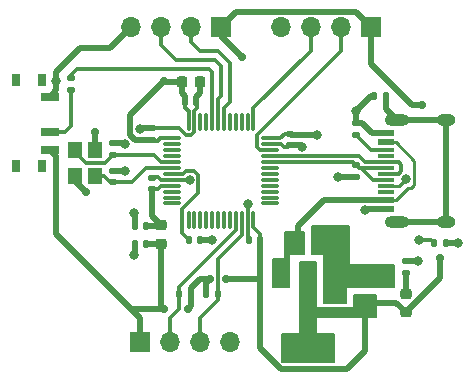
<source format=gbr>
%TF.GenerationSoftware,KiCad,Pcbnew,7.0.7*%
%TF.CreationDate,2023-12-20T18:59:57-05:00*%
%TF.ProjectId,stm32f1,73746d33-3266-4312-9e6b-696361645f70,rev?*%
%TF.SameCoordinates,Original*%
%TF.FileFunction,Copper,L1,Top*%
%TF.FilePolarity,Positive*%
%FSLAX46Y46*%
G04 Gerber Fmt 4.6, Leading zero omitted, Abs format (unit mm)*
G04 Created by KiCad (PCBNEW 7.0.7) date 2023-12-20 18:59:57*
%MOMM*%
%LPD*%
G01*
G04 APERTURE LIST*
G04 Aperture macros list*
%AMRoundRect*
0 Rectangle with rounded corners*
0 $1 Rounding radius*
0 $2 $3 $4 $5 $6 $7 $8 $9 X,Y pos of 4 corners*
0 Add a 4 corners polygon primitive as box body*
4,1,4,$2,$3,$4,$5,$6,$7,$8,$9,$2,$3,0*
0 Add four circle primitives for the rounded corners*
1,1,$1+$1,$2,$3*
1,1,$1+$1,$4,$5*
1,1,$1+$1,$6,$7*
1,1,$1+$1,$8,$9*
0 Add four rect primitives between the rounded corners*
20,1,$1+$1,$2,$3,$4,$5,0*
20,1,$1+$1,$4,$5,$6,$7,0*
20,1,$1+$1,$6,$7,$8,$9,0*
20,1,$1+$1,$8,$9,$2,$3,0*%
G04 Aperture macros list end*
%TA.AperFunction,ComponentPad*%
%ADD10R,1.700000X1.700000*%
%TD*%
%TA.AperFunction,ComponentPad*%
%ADD11O,1.700000X1.700000*%
%TD*%
%TA.AperFunction,SMDPad,CuDef*%
%ADD12RoundRect,0.250000X-0.250000X-0.475000X0.250000X-0.475000X0.250000X0.475000X-0.250000X0.475000X0*%
%TD*%
%TA.AperFunction,SMDPad,CuDef*%
%ADD13RoundRect,0.140000X-0.140000X-0.170000X0.140000X-0.170000X0.140000X0.170000X-0.140000X0.170000X0*%
%TD*%
%TA.AperFunction,SMDPad,CuDef*%
%ADD14RoundRect,0.140000X0.170000X-0.140000X0.170000X0.140000X-0.170000X0.140000X-0.170000X-0.140000X0*%
%TD*%
%TA.AperFunction,SMDPad,CuDef*%
%ADD15RoundRect,0.218750X-0.256250X0.218750X-0.256250X-0.218750X0.256250X-0.218750X0.256250X0.218750X0*%
%TD*%
%TA.AperFunction,SMDPad,CuDef*%
%ADD16R,1.200000X1.400000*%
%TD*%
%TA.AperFunction,SMDPad,CuDef*%
%ADD17RoundRect,0.250000X0.475000X-0.250000X0.475000X0.250000X-0.475000X0.250000X-0.475000X-0.250000X0*%
%TD*%
%TA.AperFunction,SMDPad,CuDef*%
%ADD18RoundRect,0.135000X-0.135000X-0.185000X0.135000X-0.185000X0.135000X0.185000X-0.135000X0.185000X0*%
%TD*%
%TA.AperFunction,SMDPad,CuDef*%
%ADD19R,1.500000X2.000000*%
%TD*%
%TA.AperFunction,SMDPad,CuDef*%
%ADD20R,3.800000X2.000000*%
%TD*%
%TA.AperFunction,SMDPad,CuDef*%
%ADD21RoundRect,0.135000X0.185000X-0.135000X0.185000X0.135000X-0.185000X0.135000X-0.185000X-0.135000X0*%
%TD*%
%TA.AperFunction,SMDPad,CuDef*%
%ADD22RoundRect,0.140000X0.140000X0.170000X-0.140000X0.170000X-0.140000X-0.170000X0.140000X-0.170000X0*%
%TD*%
%TA.AperFunction,SMDPad,CuDef*%
%ADD23R,0.800000X1.000000*%
%TD*%
%TA.AperFunction,SMDPad,CuDef*%
%ADD24R,1.500000X0.700000*%
%TD*%
%TA.AperFunction,SMDPad,CuDef*%
%ADD25RoundRect,0.135000X-0.185000X0.135000X-0.185000X-0.135000X0.185000X-0.135000X0.185000X0.135000X0*%
%TD*%
%TA.AperFunction,SMDPad,CuDef*%
%ADD26RoundRect,0.135000X0.135000X0.185000X-0.135000X0.185000X-0.135000X-0.185000X0.135000X-0.185000X0*%
%TD*%
%TA.AperFunction,SMDPad,CuDef*%
%ADD27RoundRect,0.140000X-0.170000X0.140000X-0.170000X-0.140000X0.170000X-0.140000X0.170000X0.140000X0*%
%TD*%
%TA.AperFunction,SMDPad,CuDef*%
%ADD28R,1.450000X0.600000*%
%TD*%
%TA.AperFunction,SMDPad,CuDef*%
%ADD29R,1.450000X0.300000*%
%TD*%
%TA.AperFunction,ComponentPad*%
%ADD30O,2.100000X1.000000*%
%TD*%
%TA.AperFunction,ComponentPad*%
%ADD31O,1.600000X1.000000*%
%TD*%
%TA.AperFunction,SMDPad,CuDef*%
%ADD32RoundRect,0.075000X-0.662500X-0.075000X0.662500X-0.075000X0.662500X0.075000X-0.662500X0.075000X0*%
%TD*%
%TA.AperFunction,SMDPad,CuDef*%
%ADD33RoundRect,0.075000X-0.075000X-0.662500X0.075000X-0.662500X0.075000X0.662500X-0.075000X0.662500X0*%
%TD*%
%TA.AperFunction,SMDPad,CuDef*%
%ADD34RoundRect,0.225000X-0.225000X-0.250000X0.225000X-0.250000X0.225000X0.250000X-0.225000X0.250000X0*%
%TD*%
%TA.AperFunction,ViaPad*%
%ADD35C,0.800000*%
%TD*%
%TA.AperFunction,ViaPad*%
%ADD36C,0.700000*%
%TD*%
%TA.AperFunction,Conductor*%
%ADD37C,0.500000*%
%TD*%
%TA.AperFunction,Conductor*%
%ADD38C,0.300000*%
%TD*%
%TA.AperFunction,Conductor*%
%ADD39C,0.250000*%
%TD*%
G04 APERTURE END LIST*
D10*
%TO.P,J2,1,Pin_1*%
%TO.N,+3.3V*%
X67056000Y-55118000D03*
D11*
%TO.P,J2,2,Pin_2*%
%TO.N,/SWDIO*%
X64516000Y-55118000D03*
%TO.P,J2,3,Pin_3*%
%TO.N,/SWCLK*%
X61976000Y-55118000D03*
%TO.P,J2,4,Pin_4*%
%TO.N,GND*%
X59436000Y-55118000D03*
%TD*%
D12*
%TO.P,C12,1*%
%TO.N,VBUS*%
X60838000Y-73406000D03*
%TO.P,C12,2*%
%TO.N,GND*%
X62738000Y-73406000D03*
%TD*%
D13*
%TO.P,C1,1*%
%TO.N,+3.3V*%
X51308000Y-61468000D03*
%TO.P,C1,2*%
%TO.N,GND*%
X52268000Y-61468000D03*
%TD*%
D14*
%TO.P,C6,1*%
%TO.N,+3.3VA*%
X48510000Y-68834000D03*
%TO.P,C6,2*%
%TO.N,GND*%
X48510000Y-67874000D03*
%TD*%
D15*
%TO.P,FB1,1*%
%TO.N,+3.3VA*%
X49276000Y-71882000D03*
%TO.P,FB1,2*%
%TO.N,+3.3V*%
X49276000Y-73457000D03*
%TD*%
D16*
%TO.P,Y1,1,1*%
%TO.N,/HSE_IN*%
X41992000Y-65558000D03*
%TO.P,Y1,2,2*%
%TO.N,GND*%
X41992000Y-67758000D03*
%TO.P,Y1,3,3*%
%TO.N,/HSE_OUT*%
X43692000Y-67758000D03*
%TO.P,Y1,4,4*%
%TO.N,GND*%
X43692000Y-65558000D03*
%TD*%
D17*
%TO.P,C13,1*%
%TO.N,+3.3V*%
X66548000Y-78486000D03*
%TO.P,C13,2*%
%TO.N,GND*%
X66548000Y-76586000D03*
%TD*%
D14*
%TO.P,C10,1*%
%TO.N,/HSE_IN*%
X45212000Y-65928000D03*
%TO.P,C10,2*%
%TO.N,GND*%
X45212000Y-64968000D03*
%TD*%
D18*
%TO.P,R5,1*%
%TO.N,Net-(J1-CC1)*%
X72390000Y-73406000D03*
%TO.P,R5,2*%
%TO.N,GND*%
X73410000Y-73406000D03*
%TD*%
D19*
%TO.P,U2,1,GND*%
%TO.N,GND*%
X64022000Y-75996000D03*
%TO.P,U2,2,VO*%
%TO.N,+3.3V*%
X61722000Y-75996000D03*
D20*
X61722000Y-82296000D03*
D19*
%TO.P,U2,3,VI*%
%TO.N,VBUS*%
X59422000Y-75996000D03*
%TD*%
D10*
%TO.P,J4,1,Pin_1*%
%TO.N,+3.3V*%
X47498000Y-81788000D03*
D11*
%TO.P,J4,2,Pin_2*%
%TO.N,/I2C2_SCL*%
X50038000Y-81788000D03*
%TO.P,J4,3,Pin_3*%
%TO.N,/I2C2_SDA*%
X52578000Y-81788000D03*
%TO.P,J4,4,Pin_4*%
%TO.N,GND*%
X55118000Y-81788000D03*
%TD*%
D21*
%TO.P,R4,1*%
%TO.N,/SW_BOOT0*%
X41656000Y-60456000D03*
%TO.P,R4,2*%
%TO.N,/BOOT0*%
X41656000Y-59436000D03*
%TD*%
%TO.P,R1,1*%
%TO.N,/PWR_LED_K*%
X69977000Y-75948000D03*
%TO.P,R1,2*%
%TO.N,GND*%
X69977000Y-74928000D03*
%TD*%
D22*
%TO.P,C8,1*%
%TO.N,+3.3V*%
X48006000Y-73497500D03*
%TO.P,C8,2*%
%TO.N,GND*%
X47046000Y-73497500D03*
%TD*%
D18*
%TO.P,R3,1*%
%TO.N,+3.3V*%
X53082000Y-77724000D03*
%TO.P,R3,2*%
%TO.N,/I2C2_SDA*%
X54102000Y-77724000D03*
%TD*%
D10*
%TO.P,J3,1,Pin_1*%
%TO.N,+3.3V*%
X54356000Y-55118000D03*
D11*
%TO.P,J3,2,Pin_2*%
%TO.N,/USART1_TX*%
X51816000Y-55118000D03*
%TO.P,J3,3,Pin_3*%
%TO.N,/USART1_RX*%
X49276000Y-55118000D03*
%TO.P,J3,4,Pin_4*%
%TO.N,GND*%
X46736000Y-55118000D03*
%TD*%
D23*
%TO.P,SW1,*%
%TO.N,*%
X39210000Y-59620000D03*
X37000000Y-59620000D03*
X39210000Y-66920000D03*
X37000000Y-66920000D03*
D24*
%TO.P,SW1,1,A*%
%TO.N,GND*%
X39860000Y-61020000D03*
%TO.P,SW1,2,B*%
%TO.N,/SW_BOOT0*%
X39860000Y-64020000D03*
%TO.P,SW1,3,C*%
%TO.N,+3.3V*%
X39860000Y-65520000D03*
%TD*%
D25*
%TO.P,R8,1*%
%TO.N,/USB_D-*%
X65786000Y-66802000D03*
%TO.P,R8,2*%
%TO.N,+3.3V*%
X65786000Y-67822000D03*
%TD*%
D15*
%TO.P,D1,1,K*%
%TO.N,/PWR_LED_K*%
X69977000Y-77698500D03*
%TO.P,D1,2,A*%
%TO.N,+3.3V*%
X69977000Y-79273500D03*
%TD*%
D26*
%TO.P,R2,1*%
%TO.N,+3.3V*%
X51816000Y-77724000D03*
%TO.P,R2,2*%
%TO.N,/I2C2_SCL*%
X50796000Y-77724000D03*
%TD*%
D14*
%TO.P,C4,1*%
%TO.N,+3.3V*%
X48510000Y-64647500D03*
%TO.P,C4,2*%
%TO.N,GND*%
X48510000Y-63687500D03*
%TD*%
D27*
%TO.P,C3,1*%
%TO.N,+3.3V*%
X60194000Y-64191500D03*
%TO.P,C3,2*%
%TO.N,GND*%
X60194000Y-65151500D03*
%TD*%
D18*
%TO.P,R7,1*%
%TO.N,GND*%
X67306000Y-60960000D03*
%TO.P,R7,2*%
%TO.N,Net-(J1-SHIELD)*%
X68326000Y-60960000D03*
%TD*%
D22*
%TO.P,C7,1*%
%TO.N,+3.3VA*%
X48006000Y-71973500D03*
%TO.P,C7,2*%
%TO.N,GND*%
X47046000Y-71973500D03*
%TD*%
D14*
%TO.P,C11,1*%
%TO.N,/HSE_OUT*%
X45212000Y-68270000D03*
%TO.P,C11,2*%
%TO.N,GND*%
X45212000Y-67310000D03*
%TD*%
D22*
%TO.P,C2,1*%
%TO.N,+3.3V*%
X57658000Y-73152000D03*
%TO.P,C2,2*%
%TO.N,GND*%
X56698000Y-73152000D03*
%TD*%
D28*
%TO.P,J1,A1,GND*%
%TO.N,GND*%
X68311000Y-70562000D03*
%TO.P,J1,A4,VBUS*%
%TO.N,VBUS*%
X68311000Y-69762000D03*
D29*
%TO.P,J1,A5,CC1*%
%TO.N,Net-(J1-CC1)*%
X68311000Y-68562000D03*
%TO.P,J1,A6,D+*%
%TO.N,/USB_D+*%
X68311000Y-67562000D03*
%TO.P,J1,A7,D-*%
%TO.N,/USB_D-*%
X68311000Y-67062000D03*
%TO.P,J1,A8,SBU1*%
%TO.N,unconnected-(J1-SBU1-PadA8)*%
X68311000Y-66062000D03*
D28*
%TO.P,J1,A9,VBUS*%
%TO.N,VBUS*%
X68311000Y-64862000D03*
%TO.P,J1,A12,GND*%
%TO.N,GND*%
X68311000Y-64062000D03*
%TO.P,J1,B1,GND*%
X68311000Y-64062000D03*
%TO.P,J1,B4,VBUS*%
%TO.N,VBUS*%
X68311000Y-64862000D03*
D29*
%TO.P,J1,B5,CC2*%
%TO.N,Net-(J1-CC2)*%
X68311000Y-65562000D03*
%TO.P,J1,B6,D+*%
%TO.N,/USB_D+*%
X68311000Y-66562000D03*
%TO.P,J1,B7,D-*%
%TO.N,/USB_D-*%
X68311000Y-68062000D03*
%TO.P,J1,B8,SBU2*%
%TO.N,unconnected-(J1-SBU2-PadB8)*%
X68311000Y-69062000D03*
D28*
%TO.P,J1,B9,VBUS*%
%TO.N,VBUS*%
X68311000Y-69762000D03*
%TO.P,J1,B12,GND*%
%TO.N,GND*%
X68311000Y-70562000D03*
D30*
%TO.P,J1,S1,SHIELD*%
%TO.N,Net-(J1-SHIELD)*%
X69226000Y-71632000D03*
D31*
X73406000Y-71632000D03*
D30*
X69226000Y-62992000D03*
D31*
X73406000Y-62992000D03*
%TD*%
D21*
%TO.P,R6,1*%
%TO.N,Net-(J1-CC2)*%
X65786000Y-64266000D03*
%TO.P,R6,2*%
%TO.N,GND*%
X65786000Y-63246000D03*
%TD*%
D13*
%TO.P,C9,1*%
%TO.N,/NRST*%
X51614000Y-73152000D03*
%TO.P,C9,2*%
%TO.N,GND*%
X52574000Y-73152000D03*
%TD*%
D32*
%TO.P,U1,1,VBAT*%
%TO.N,+3.3V*%
X50193500Y-64560000D03*
%TO.P,U1,2,PC13*%
%TO.N,unconnected-(U1-PC13-Pad2)*%
X50193500Y-65060000D03*
%TO.P,U1,3,PC14*%
%TO.N,unconnected-(U1-PC14-Pad3)*%
X50193500Y-65560000D03*
%TO.P,U1,4,PC15*%
%TO.N,unconnected-(U1-PC15-Pad4)*%
X50193500Y-66060000D03*
%TO.P,U1,5,PD0*%
%TO.N,/HSE_IN*%
X50193500Y-66560000D03*
%TO.P,U1,6,PD1*%
%TO.N,/HSE_OUT*%
X50193500Y-67060000D03*
%TO.P,U1,7,NRST*%
%TO.N,/NRST*%
X50193500Y-67560000D03*
%TO.P,U1,8,VSSA*%
%TO.N,GND*%
X50193500Y-68060000D03*
%TO.P,U1,9,VDDA*%
%TO.N,+3.3VA*%
X50193500Y-68560000D03*
%TO.P,U1,10,PA0*%
%TO.N,unconnected-(U1-PA0-Pad10)*%
X50193500Y-69060000D03*
%TO.P,U1,11,PA1*%
%TO.N,unconnected-(U1-PA1-Pad11)*%
X50193500Y-69560000D03*
%TO.P,U1,12,PA2*%
%TO.N,unconnected-(U1-PA2-Pad12)*%
X50193500Y-70060000D03*
D33*
%TO.P,U1,13,PA3*%
%TO.N,unconnected-(U1-PA3-Pad13)*%
X51606000Y-71472500D03*
%TO.P,U1,14,PA4*%
%TO.N,unconnected-(U1-PA4-Pad14)*%
X52106000Y-71472500D03*
%TO.P,U1,15,PA5*%
%TO.N,unconnected-(U1-PA5-Pad15)*%
X52606000Y-71472500D03*
%TO.P,U1,16,PA6*%
%TO.N,unconnected-(U1-PA6-Pad16)*%
X53106000Y-71472500D03*
%TO.P,U1,17,PA7*%
%TO.N,unconnected-(U1-PA7-Pad17)*%
X53606000Y-71472500D03*
%TO.P,U1,18,PB0*%
%TO.N,unconnected-(U1-PB0-Pad18)*%
X54106000Y-71472500D03*
%TO.P,U1,19,PB1*%
%TO.N,unconnected-(U1-PB1-Pad19)*%
X54606000Y-71472500D03*
%TO.P,U1,20,PB2*%
%TO.N,unconnected-(U1-PB2-Pad20)*%
X55106000Y-71472500D03*
%TO.P,U1,21,PB10*%
%TO.N,/I2C2_SCL*%
X55606000Y-71472500D03*
%TO.P,U1,22,PB11*%
%TO.N,/I2C2_SDA*%
X56106000Y-71472500D03*
%TO.P,U1,23,VSS*%
%TO.N,GND*%
X56606000Y-71472500D03*
%TO.P,U1,24,VDD*%
%TO.N,+3.3V*%
X57106000Y-71472500D03*
D32*
%TO.P,U1,25,PB12*%
%TO.N,unconnected-(U1-PB12-Pad25)*%
X58518500Y-70060000D03*
%TO.P,U1,26,PB13*%
%TO.N,unconnected-(U1-PB13-Pad26)*%
X58518500Y-69560000D03*
%TO.P,U1,27,PB14*%
%TO.N,unconnected-(U1-PB14-Pad27)*%
X58518500Y-69060000D03*
%TO.P,U1,28,PB15*%
%TO.N,unconnected-(U1-PB15-Pad28)*%
X58518500Y-68560000D03*
%TO.P,U1,29,PA8*%
%TO.N,unconnected-(U1-PA8-Pad29)*%
X58518500Y-68060000D03*
%TO.P,U1,30,PA9*%
%TO.N,unconnected-(U1-PA9-Pad30)*%
X58518500Y-67560000D03*
%TO.P,U1,31,PA10*%
%TO.N,unconnected-(U1-PA10-Pad31)*%
X58518500Y-67060000D03*
%TO.P,U1,32,PA11*%
%TO.N,/USB_D-*%
X58518500Y-66560000D03*
%TO.P,U1,33,PA12*%
%TO.N,/USB_D+*%
X58518500Y-66060000D03*
%TO.P,U1,34,PA13*%
%TO.N,/SWDIO*%
X58518500Y-65560000D03*
%TO.P,U1,35,VSS*%
%TO.N,GND*%
X58518500Y-65060000D03*
%TO.P,U1,36,VDD*%
%TO.N,+3.3V*%
X58518500Y-64560000D03*
D33*
%TO.P,U1,37,PA14*%
%TO.N,/SWCLK*%
X57106000Y-63147500D03*
%TO.P,U1,38,PA15*%
%TO.N,unconnected-(U1-PA15-Pad38)*%
X56606000Y-63147500D03*
%TO.P,U1,39,PB3*%
%TO.N,unconnected-(U1-PB3-Pad39)*%
X56106000Y-63147500D03*
%TO.P,U1,40,PB4*%
%TO.N,unconnected-(U1-PB4-Pad40)*%
X55606000Y-63147500D03*
%TO.P,U1,41,PB5*%
%TO.N,unconnected-(U1-PB5-Pad41)*%
X55106000Y-63147500D03*
%TO.P,U1,42,PB6*%
%TO.N,/USART1_TX*%
X54606000Y-63147500D03*
%TO.P,U1,43,PB7*%
%TO.N,/USART1_RX*%
X54106000Y-63147500D03*
%TO.P,U1,44,BOOT0*%
%TO.N,/BOOT0*%
X53606000Y-63147500D03*
%TO.P,U1,45,PB8*%
%TO.N,unconnected-(U1-PB8-Pad45)*%
X53106000Y-63147500D03*
%TO.P,U1,46,PB9*%
%TO.N,unconnected-(U1-PB9-Pad46)*%
X52606000Y-63147500D03*
%TO.P,U1,47,VSS*%
%TO.N,GND*%
X52106000Y-63147500D03*
%TO.P,U1,48,VDD*%
%TO.N,+3.3V*%
X51606000Y-63147500D03*
%TD*%
D34*
%TO.P,C5,1*%
%TO.N,+3.3V*%
X51028000Y-59817000D03*
%TO.P,C5,2*%
%TO.N,GND*%
X52578000Y-59817000D03*
%TD*%
D35*
%TO.N,+3.3V*%
X61722000Y-78994000D03*
D36*
X71374000Y-61722000D03*
X53402500Y-76454000D03*
X56134000Y-57658000D03*
X51562000Y-78994000D03*
X72898000Y-74676000D03*
D35*
X62484000Y-64262000D03*
D36*
X49530000Y-78994000D03*
D35*
X64262000Y-67818000D03*
D36*
X49530000Y-59690000D03*
X54801500Y-76454000D03*
D35*
%TO.N,GND*%
X65786000Y-62230000D03*
X46990000Y-70866000D03*
X53594000Y-73152000D03*
X46228000Y-67310000D03*
D36*
X43688000Y-64008000D03*
D35*
X51689000Y-68072000D03*
D36*
X64262000Y-73914000D03*
D35*
X70993000Y-74930000D03*
X47498000Y-63754000D03*
D36*
X42926000Y-69088000D03*
D35*
X74422000Y-73406000D03*
X61214000Y-65278000D03*
X40386000Y-59690000D03*
X56642000Y-70104000D03*
X46990000Y-74422000D03*
D36*
X64262000Y-72898000D03*
X64008000Y-77597000D03*
X68072000Y-76200000D03*
D35*
X66548000Y-70612000D03*
X46228000Y-65024000D03*
%TO.N,Net-(J1-CC1)*%
X71120000Y-73152000D03*
X69978405Y-68029550D03*
%TD*%
D37*
%TO.N,+3.3V*%
X49657000Y-59817000D02*
X49530000Y-59690000D01*
D38*
X58518500Y-64560000D02*
X59392000Y-64560000D01*
D37*
X60264500Y-64262000D02*
X60194000Y-64191500D01*
X53082000Y-76774500D02*
X53402500Y-76454000D01*
X69189500Y-78486000D02*
X69977000Y-79273500D01*
X46648000Y-64241918D02*
X46648000Y-62572000D01*
D38*
X59392000Y-64560000D02*
X59760500Y-64191500D01*
D37*
X54356000Y-55118000D02*
X55656000Y-53818000D01*
X51816000Y-77724000D02*
X51816000Y-77216000D01*
X66548000Y-82550000D02*
X65024000Y-84074000D01*
X66548000Y-78486000D02*
X66548000Y-82550000D01*
X67056000Y-58285503D02*
X67056000Y-55118000D01*
X65786000Y-67822000D02*
X64266000Y-67822000D01*
X48510000Y-64647500D02*
X47053582Y-64647500D01*
X64266000Y-67822000D02*
X64262000Y-67818000D01*
X51028000Y-60680000D02*
X51028000Y-59817000D01*
X71374000Y-61722000D02*
X70492497Y-61722000D01*
X46736000Y-78994000D02*
X47498000Y-79756000D01*
D38*
X49232000Y-64560000D02*
X49022000Y-64770000D01*
X49022000Y-64770000D02*
X48632500Y-64770000D01*
D37*
X39878000Y-65508000D02*
X40386000Y-66016000D01*
X65756000Y-53818000D02*
X67056000Y-55118000D01*
X51816000Y-77216000D02*
X52578000Y-76454000D01*
D38*
X59760500Y-64191500D02*
X60194000Y-64191500D01*
D37*
X55656000Y-53818000D02*
X65756000Y-53818000D01*
D38*
X50193500Y-64560000D02*
X49232000Y-64560000D01*
D37*
X57658000Y-82296000D02*
X57658000Y-76454000D01*
X59436000Y-84074000D02*
X57658000Y-82296000D01*
X47053582Y-64647500D02*
X46648000Y-64241918D01*
X52578000Y-76454000D02*
X53402500Y-76454000D01*
X46648000Y-62572000D02*
X49530000Y-59690000D01*
X69977000Y-79273500D02*
X72898000Y-76352500D01*
X57658000Y-76454000D02*
X57658000Y-73152000D01*
X53082000Y-77724000D02*
X53082000Y-76774500D01*
X72898000Y-76352500D02*
X72898000Y-74676000D01*
X54356000Y-55880000D02*
X56134000Y-57658000D01*
X57658000Y-76454000D02*
X54801500Y-76454000D01*
D38*
X57658000Y-72644000D02*
X57658000Y-73152000D01*
D37*
X49276000Y-73457000D02*
X48046500Y-73457000D01*
D38*
X57106000Y-72092000D02*
X57658000Y-72644000D01*
D37*
X66548000Y-78486000D02*
X69189500Y-78486000D01*
X48046500Y-73457000D02*
X48006000Y-73497500D01*
X40386000Y-66016000D02*
X40386000Y-72644000D01*
D38*
X51606000Y-62274000D02*
X51308000Y-61976000D01*
D37*
X70492497Y-61722000D02*
X67056000Y-58285503D01*
X54356000Y-55118000D02*
X54356000Y-55880000D01*
D38*
X51308000Y-61976000D02*
X51308000Y-61468000D01*
D37*
X49530000Y-78994000D02*
X49276000Y-78740000D01*
X40386000Y-72644000D02*
X46736000Y-78994000D01*
D38*
X48632500Y-64770000D02*
X48510000Y-64647500D01*
D37*
X51816000Y-78740000D02*
X51562000Y-78994000D01*
X65024000Y-84074000D02*
X59436000Y-84074000D01*
D38*
X51606000Y-63147500D02*
X51606000Y-62274000D01*
D37*
X51308000Y-60960000D02*
X51028000Y-60680000D01*
X49276000Y-78740000D02*
X49276000Y-73457000D01*
X51308000Y-61468000D02*
X51308000Y-60960000D01*
X47498000Y-79756000D02*
X47498000Y-81788000D01*
X46736000Y-78994000D02*
X49530000Y-78994000D01*
D38*
X57106000Y-71472500D02*
X57106000Y-72092000D01*
D37*
X62484000Y-64262000D02*
X60264500Y-64262000D01*
X51028000Y-59817000D02*
X49657000Y-59817000D01*
X51816000Y-77724000D02*
X51816000Y-78740000D01*
%TO.N,GND*%
X42418000Y-56896000D02*
X44958000Y-56896000D01*
X44958000Y-56896000D02*
X46736000Y-55118000D01*
X41992000Y-68154000D02*
X42926000Y-69088000D01*
X39860000Y-61020000D02*
X40386000Y-60494000D01*
D38*
X52106000Y-63986041D02*
X51857041Y-64235000D01*
D37*
X46172000Y-64968000D02*
X46228000Y-65024000D01*
D38*
X52106000Y-63147500D02*
X52106000Y-62194000D01*
D37*
X52574000Y-73152000D02*
X53594000Y-73152000D01*
D38*
X52106000Y-62194000D02*
X52324000Y-61976000D01*
X51857041Y-64235000D02*
X51354959Y-64235000D01*
D37*
X52268000Y-61468000D02*
X52268000Y-61016000D01*
X45212000Y-64968000D02*
X46172000Y-64968000D01*
D38*
X52324000Y-61976000D02*
X52324000Y-61468000D01*
X51677000Y-68060000D02*
X51689000Y-68072000D01*
D37*
X67056000Y-60960000D02*
X65786000Y-62230000D01*
D38*
X56606000Y-71472500D02*
X56606000Y-70140000D01*
X59472000Y-65060000D02*
X59690000Y-65278000D01*
D37*
X61087500Y-65151500D02*
X61214000Y-65278000D01*
D38*
X52106000Y-63147500D02*
X52106000Y-63986041D01*
X56606000Y-70140000D02*
X56642000Y-70104000D01*
D37*
X40386000Y-60494000D02*
X40386000Y-59690000D01*
X52578000Y-60706000D02*
X52578000Y-59817000D01*
X67110000Y-64062000D02*
X66294000Y-63246000D01*
X43692000Y-64012000D02*
X43692000Y-65558000D01*
D38*
X60067500Y-65278000D02*
X60194000Y-65151500D01*
D37*
X70991000Y-74928000D02*
X70993000Y-74930000D01*
X47046000Y-74366000D02*
X46990000Y-74422000D01*
D38*
X49022000Y-67818000D02*
X48566000Y-67818000D01*
D37*
X41992000Y-67758000D02*
X41992000Y-68154000D01*
D38*
X50193500Y-68060000D02*
X51677000Y-68060000D01*
X56606000Y-71472500D02*
X56606000Y-73060000D01*
D37*
X66598000Y-70562000D02*
X68311000Y-70562000D01*
X40386000Y-59690000D02*
X40386000Y-58928000D01*
D38*
X50193500Y-68060000D02*
X49264000Y-68060000D01*
X49264000Y-68060000D02*
X49022000Y-67818000D01*
D37*
X69977000Y-74928000D02*
X70991000Y-74928000D01*
X45212000Y-67310000D02*
X46228000Y-67310000D01*
X73410000Y-73406000D02*
X74422000Y-73406000D01*
D38*
X51354959Y-64235000D02*
X50807459Y-63687500D01*
D37*
X47498000Y-63754000D02*
X47564500Y-63687500D01*
X47046000Y-73497500D02*
X47046000Y-74366000D01*
X60194000Y-65151500D02*
X61087500Y-65151500D01*
X43688000Y-64008000D02*
X43692000Y-64012000D01*
D38*
X58518500Y-65060000D02*
X59472000Y-65060000D01*
D37*
X47046000Y-70922000D02*
X46990000Y-70866000D01*
X65786000Y-63246000D02*
X65786000Y-62230000D01*
X66548000Y-70612000D02*
X66598000Y-70562000D01*
X40386000Y-58928000D02*
X42418000Y-56896000D01*
X47046000Y-71973500D02*
X47046000Y-70922000D01*
X68311000Y-64062000D02*
X67110000Y-64062000D01*
X66294000Y-63246000D02*
X65786000Y-63246000D01*
X52268000Y-61016000D02*
X52578000Y-60706000D01*
D38*
X59690000Y-65278000D02*
X60067500Y-65278000D01*
X48566000Y-67818000D02*
X48510000Y-67874000D01*
X50807459Y-63687500D02*
X48510000Y-63687500D01*
D37*
X67306000Y-60960000D02*
X67056000Y-60960000D01*
X47564500Y-63687500D02*
X48510000Y-63687500D01*
D38*
X56606000Y-73060000D02*
X56698000Y-73152000D01*
%TO.N,+3.3VA*%
X50193500Y-68560000D02*
X49296000Y-68560000D01*
X49022000Y-68834000D02*
X48510000Y-68834000D01*
D37*
X48510000Y-71116000D02*
X49276000Y-71882000D01*
X49184500Y-71973500D02*
X49276000Y-71882000D01*
X48510000Y-68834000D02*
X48510000Y-71116000D01*
D38*
X49296000Y-68560000D02*
X49022000Y-68834000D01*
D37*
X48006000Y-71973500D02*
X49184500Y-71973500D01*
D38*
%TO.N,/NRST*%
X51140339Y-67560000D02*
X51378339Y-67322000D01*
X51054000Y-70538041D02*
X51054000Y-72592000D01*
X52439000Y-67679000D02*
X52439000Y-69153041D01*
X50193500Y-67560000D02*
X51140339Y-67560000D01*
X52082000Y-67322000D02*
X52439000Y-67679000D01*
X51054000Y-72592000D02*
X51614000Y-73152000D01*
X51378339Y-67322000D02*
X52082000Y-67322000D01*
X52439000Y-69153041D02*
X51054000Y-70538041D01*
%TO.N,/HSE_IN*%
X42926000Y-66608000D02*
X41992000Y-65674000D01*
X50193500Y-66560000D02*
X49288000Y-66560000D01*
X48656000Y-65928000D02*
X45212000Y-65928000D01*
X44532000Y-66608000D02*
X42926000Y-66608000D01*
X49288000Y-66560000D02*
X48656000Y-65928000D01*
X45212000Y-65928000D02*
X44532000Y-66608000D01*
X41992000Y-65674000D02*
X41992000Y-65558000D01*
%TO.N,/HSE_OUT*%
X50193500Y-67060000D02*
X48002000Y-67060000D01*
X44446000Y-67758000D02*
X43692000Y-67758000D01*
X45212000Y-68270000D02*
X44958000Y-68270000D01*
X48002000Y-67060000D02*
X46792000Y-68270000D01*
X46792000Y-68270000D02*
X45212000Y-68270000D01*
X44958000Y-68270000D02*
X44446000Y-67758000D01*
D37*
%TO.N,VBUS*%
X60838000Y-72004000D02*
X60838000Y-73406000D01*
D39*
X68311000Y-69762000D02*
X69206051Y-69762000D01*
X68311000Y-64862000D02*
X69136000Y-64862000D01*
D37*
X63080000Y-69762000D02*
X60838000Y-72004000D01*
D39*
X70703405Y-68488595D02*
X70703405Y-66429405D01*
D37*
X68311000Y-69762000D02*
X63080000Y-69762000D01*
D39*
X70213501Y-68754550D02*
X70437450Y-68754550D01*
X70437450Y-68754550D02*
X70703405Y-68488595D01*
X69206051Y-69762000D02*
X70213501Y-68754550D01*
X70703405Y-66429405D02*
X69136000Y-64862000D01*
D37*
%TO.N,/PWR_LED_K*%
X69977000Y-75948000D02*
X69977000Y-77698500D01*
D38*
%TO.N,Net-(J1-CC1)*%
X72136000Y-73152000D02*
X72390000Y-73406000D01*
X71120000Y-73152000D02*
X72136000Y-73152000D01*
D39*
X69978405Y-68029550D02*
X69445955Y-68562000D01*
X69445955Y-68562000D02*
X68311000Y-68562000D01*
D38*
%TO.N,/USB_D+*%
X66570000Y-66570000D02*
X66060000Y-66060000D01*
X69596000Y-67352000D02*
X69596000Y-66772000D01*
X68311000Y-67562000D02*
X69386000Y-67562000D01*
X66578000Y-66562000D02*
X68311000Y-66562000D01*
X66060000Y-66060000D02*
X58518500Y-66060000D01*
X66570000Y-66570000D02*
X66578000Y-66562000D01*
X69596000Y-66772000D02*
X69386000Y-66562000D01*
X69386000Y-67562000D02*
X69596000Y-67352000D01*
X69386000Y-66562000D02*
X68311000Y-66562000D01*
%TO.N,/USB_D-*%
X66054000Y-67070000D02*
X66548000Y-67070000D01*
X65544000Y-66560000D02*
X65786000Y-66802000D01*
X67302000Y-67070000D02*
X67310000Y-67062000D01*
X66244000Y-67070000D02*
X66054000Y-67070000D01*
X65786000Y-66802000D02*
X66054000Y-67070000D01*
X67236000Y-68062000D02*
X66244000Y-67070000D01*
X66548000Y-67070000D02*
X67302000Y-67070000D01*
X67310000Y-67062000D02*
X68311000Y-67062000D01*
X68311000Y-68062000D02*
X67236000Y-68062000D01*
X58518500Y-66560000D02*
X65544000Y-66560000D01*
%TO.N,Net-(J1-CC2)*%
X68311000Y-65562000D02*
X67082000Y-65562000D01*
X67082000Y-65562000D02*
X65786000Y-64266000D01*
D37*
%TO.N,Net-(J1-SHIELD)*%
X73406000Y-71632000D02*
X73406000Y-62992000D01*
X69226000Y-71632000D02*
X73406000Y-71632000D01*
X68326000Y-62092000D02*
X69226000Y-62992000D01*
X68326000Y-60960000D02*
X68326000Y-62092000D01*
X69226000Y-62992000D02*
X73406000Y-62992000D01*
D38*
%TO.N,/SWDIO*%
X57404000Y-64262000D02*
X64516000Y-57150000D01*
X64516000Y-57150000D02*
X64516000Y-55118000D01*
X57679959Y-65560000D02*
X57404000Y-65284041D01*
X57404000Y-65284041D02*
X57404000Y-64262000D01*
X58518500Y-65560000D02*
X57679959Y-65560000D01*
%TO.N,/SWCLK*%
X57106000Y-63147500D02*
X57106000Y-62020000D01*
X57106000Y-62020000D02*
X61976000Y-57150000D01*
X61976000Y-57150000D02*
X61976000Y-55118000D01*
%TO.N,/USART1_TX*%
X54606000Y-61980000D02*
X55118000Y-61468000D01*
X54606000Y-63147500D02*
X54606000Y-61980000D01*
X51816000Y-56388000D02*
X51816000Y-55118000D01*
X54102000Y-57150000D02*
X52578000Y-57150000D01*
X55118000Y-58166000D02*
X54102000Y-57150000D01*
X52578000Y-57150000D02*
X51816000Y-56388000D01*
X55118000Y-61468000D02*
X55118000Y-58166000D01*
%TO.N,/USART1_RX*%
X49276000Y-56642000D02*
X49276000Y-55118000D01*
X54356000Y-58420000D02*
X53848000Y-57912000D01*
X54106000Y-63147500D02*
X54106000Y-61210000D01*
X50546000Y-57912000D02*
X49276000Y-56642000D01*
X54356000Y-60960000D02*
X54356000Y-58420000D01*
X54106000Y-61210000D02*
X54356000Y-60960000D01*
X53848000Y-57912000D02*
X50546000Y-57912000D01*
%TO.N,/I2C2_SCL*%
X50796000Y-78998000D02*
X50038000Y-79756000D01*
X50038000Y-79756000D02*
X50038000Y-81788000D01*
X50796000Y-77724000D02*
X50796000Y-78998000D01*
X55606000Y-72311041D02*
X50796000Y-77121041D01*
X50796000Y-77121041D02*
X50796000Y-77724000D01*
X55606000Y-71472500D02*
X55606000Y-72311041D01*
%TO.N,/I2C2_SDA*%
X54102000Y-74745035D02*
X54102000Y-77724000D01*
X54102000Y-77724000D02*
X54102000Y-78232000D01*
X56106000Y-71472500D02*
X56106000Y-72741035D01*
X52578000Y-79756000D02*
X52578000Y-81788000D01*
X56106000Y-72741035D02*
X54102000Y-74745035D01*
X54102000Y-78232000D02*
X52578000Y-79756000D01*
%TO.N,/SW_BOOT0*%
X41148000Y-64008000D02*
X39878000Y-64008000D01*
X41656000Y-63500000D02*
X41148000Y-64008000D01*
X41656000Y-60456000D02*
X41656000Y-63500000D01*
%TO.N,/BOOT0*%
X53606000Y-58940000D02*
X53606000Y-63147500D01*
X41656000Y-59436000D02*
X41656000Y-59182000D01*
X53340000Y-58674000D02*
X53606000Y-58940000D01*
X41656000Y-59182000D02*
X42164000Y-58674000D01*
X42164000Y-58674000D02*
X53340000Y-58674000D01*
%TD*%
%TA.AperFunction,Conductor*%
%TO.N,VBUS*%
G36*
X61411039Y-72409685D02*
G01*
X61456794Y-72462489D01*
X61468000Y-72514000D01*
X61468000Y-74298000D01*
X61448315Y-74365039D01*
X61395511Y-74410794D01*
X61344000Y-74422000D01*
X60198000Y-74422000D01*
X60198000Y-77092000D01*
X60178315Y-77159039D01*
X60125511Y-77204794D01*
X60074000Y-77216000D01*
X58798000Y-77216000D01*
X58730961Y-77196315D01*
X58685206Y-77143511D01*
X58674000Y-77092000D01*
X58674000Y-74800000D01*
X58693685Y-74732961D01*
X58746489Y-74687206D01*
X58798000Y-74676000D01*
X59690000Y-74676000D01*
X59690000Y-72514000D01*
X59709685Y-72446961D01*
X59762489Y-72401206D01*
X59814000Y-72390000D01*
X61344000Y-72390000D01*
X61411039Y-72409685D01*
G37*
%TD.AperFunction*%
%TD*%
%TA.AperFunction,Conductor*%
%TO.N,GND*%
G36*
X65221039Y-71901685D02*
G01*
X65266794Y-71954489D01*
X65278000Y-72005999D01*
X65278000Y-75184000D01*
X68964000Y-75184000D01*
X69031039Y-75203685D01*
X69076794Y-75256489D01*
X69088000Y-75308000D01*
X69088000Y-77092000D01*
X69068315Y-77159039D01*
X69015511Y-77204794D01*
X68964000Y-77216000D01*
X65024000Y-77216000D01*
X65024000Y-78437500D01*
X65004315Y-78504539D01*
X64951511Y-78550294D01*
X64900000Y-78561500D01*
X63116000Y-78561500D01*
X63048961Y-78541815D01*
X63003206Y-78489011D01*
X62992000Y-78437500D01*
X62992000Y-74422000D01*
X62100000Y-74422000D01*
X62032961Y-74402315D01*
X61987206Y-74349511D01*
X61976000Y-74298000D01*
X61976000Y-72006000D01*
X61995685Y-71938961D01*
X62048489Y-71893206D01*
X62100000Y-71882000D01*
X65154000Y-71882000D01*
X65221039Y-71901685D01*
G37*
%TD.AperFunction*%
%TD*%
%TA.AperFunction,Conductor*%
%TO.N,+3.3V*%
G36*
X62427039Y-74949685D02*
G01*
X62472794Y-75002489D01*
X62484000Y-75053999D01*
X62484000Y-78867000D01*
X65532000Y-78867000D01*
X65532000Y-77848000D01*
X65551685Y-77780961D01*
X65604489Y-77735206D01*
X65656000Y-77724000D01*
X67440000Y-77724000D01*
X67507039Y-77743685D01*
X67552794Y-77796489D01*
X67564000Y-77848000D01*
X67564000Y-79632000D01*
X67544315Y-79699039D01*
X67491511Y-79744794D01*
X67440000Y-79756000D01*
X62484000Y-79756000D01*
X62484000Y-81026000D01*
X63884000Y-81026000D01*
X63951039Y-81045685D01*
X63996794Y-81098489D01*
X64008000Y-81150000D01*
X64008000Y-83442000D01*
X63988315Y-83509039D01*
X63935511Y-83554794D01*
X63884000Y-83566000D01*
X59560000Y-83566000D01*
X59492961Y-83546315D01*
X59447206Y-83493511D01*
X59436000Y-83442000D01*
X59436000Y-81150000D01*
X59455685Y-81082961D01*
X59508489Y-81037206D01*
X59560000Y-81026000D01*
X60960000Y-81026000D01*
X60960000Y-75054000D01*
X60979685Y-74986961D01*
X61032489Y-74941206D01*
X61084000Y-74930000D01*
X62360000Y-74930000D01*
X62427039Y-74949685D01*
G37*
%TD.AperFunction*%
%TD*%
M02*

</source>
